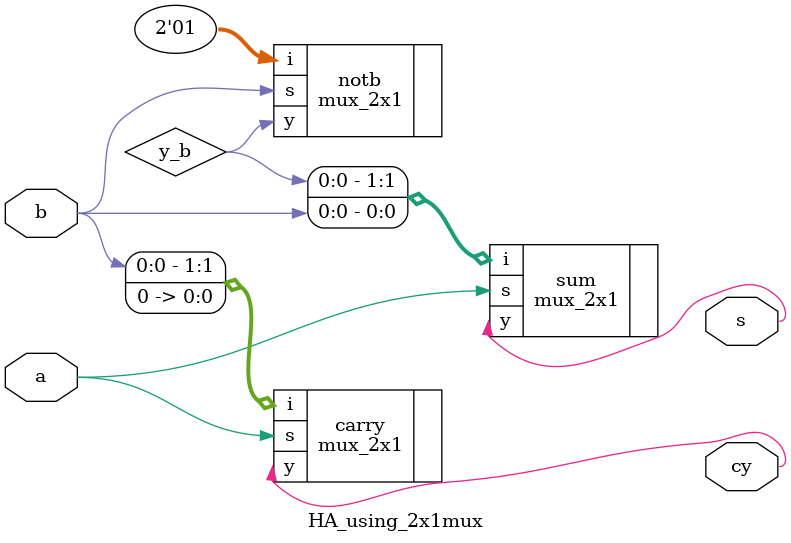
<source format=v>
`timescale 1ns / 1ps


module HA_using_2x1mux(a,b,cy,s);

input a,b;
output cy,s;
wire y_b;

mux_2x1 sum(.i({y_b,b}),.s(a),.y(s));
mux_2x1 carry(.i({b,1'b0}),.s(a),.y(cy));
mux_2x1 notb(.i({1'b0,1'b1}),.s(b),.y(y_b));

endmodule

</source>
